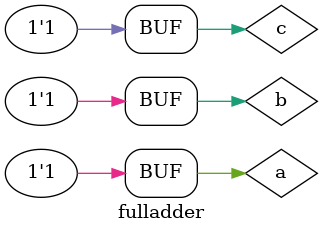
<source format=v>
`timescale 1ns / 1ps


module fulladder;

	// Inputs
	reg a;
	reg b;
	reg c;

	// Outputs
	wire sum;
	wire carry;

	// Instantiate the Unit Under Test (UUT)
	tasktwo uut (
		.a(a), 
		.b(b), 
		.c(c), 
		.sum(sum), 
		.carry(carry)
	);

	initial begin
		// Initialize Inputs
		a = 0;
		b = 0;
		c = 0;

		// Wait 100 ns for global reset to finish
		#100;a=1'b0;b=1'b0;c=1'b1;
		#100;a=1'b0;b=1'b1;c=1'b0;
		#100;a=1'b0;b=1'b1;c=1'b1;
		#100;a=1'b1;b=1'b0;c=1'b0;
		#100;a=1'b1;b=1'b0;c=1'b1;
		#100;a=1'b1;b=1'b1;c=1'b0;
		#100;a=1'b1;b=1'b1;c=1'b1;
		// Add stimulus here

	end
      
endmodule


</source>
